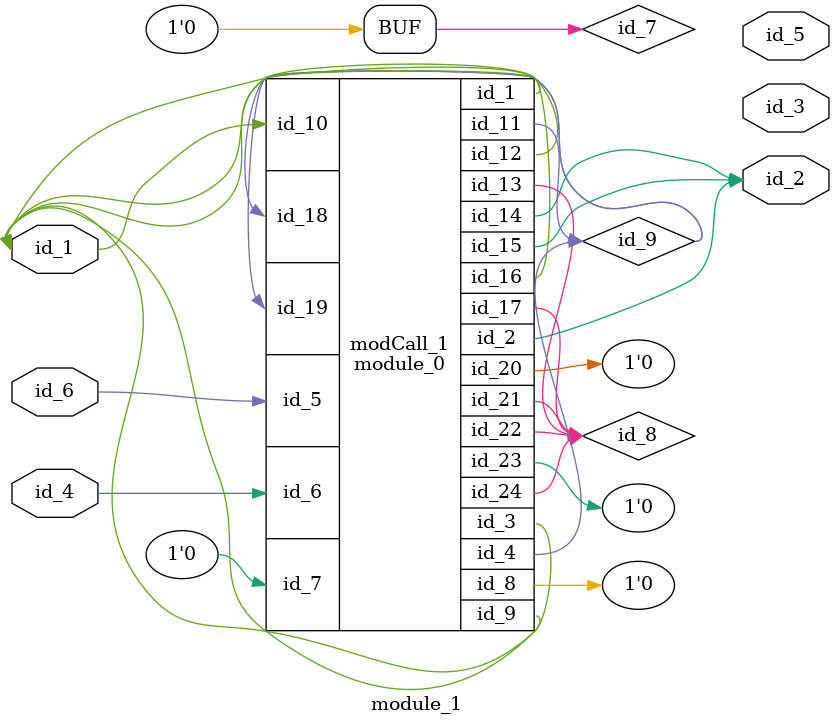
<source format=v>
module module_0 (
    id_1,
    id_2,
    id_3,
    id_4,
    id_5,
    id_6,
    id_7,
    id_8,
    id_9,
    id_10,
    id_11,
    id_12,
    id_13,
    id_14,
    id_15,
    id_16,
    id_17,
    id_18,
    id_19,
    id_20,
    id_21,
    id_22,
    id_23,
    id_24
);
  inout wire id_24;
  inout wire id_23;
  inout wire id_22;
  inout wire id_21;
  inout wire id_20;
  input wire id_19;
  input wire id_18;
  inout wire id_17;
  inout wire id_16;
  output wire id_15;
  output wire id_14;
  inout wire id_13;
  output wire id_12;
  output wire id_11;
  input wire id_10;
  output wire id_9;
  inout wire id_8;
  input wire id_7;
  input wire id_6;
  input wire id_5;
  output wire id_4;
  inout wire id_3;
  output wire id_2;
  output wire id_1;
  wire \id_25 ;
  wire id_26;
endmodule
module module_1 (
    id_1,
    id_2,
    id_3,
    id_4,
    id_5,
    id_6
);
  input wire id_6;
  output wire id_5;
  input wire id_4;
  output wire id_3;
  output wire id_2;
  inout wire id_1;
  supply0 id_7;
  specify
    (id_8 + => id_9) = (id_7, id_6  : (1): -1'b0);
  endspecify
  module_0 modCall_1 (
      id_1,
      id_2,
      id_1,
      id_9,
      id_6,
      id_4,
      id_7,
      id_7,
      id_1,
      id_1,
      id_9,
      id_1,
      id_8,
      id_2,
      id_2,
      id_1,
      id_8,
      id_9,
      id_9,
      id_7,
      id_8,
      id_8,
      id_7,
      id_8
  );
endmodule

</source>
